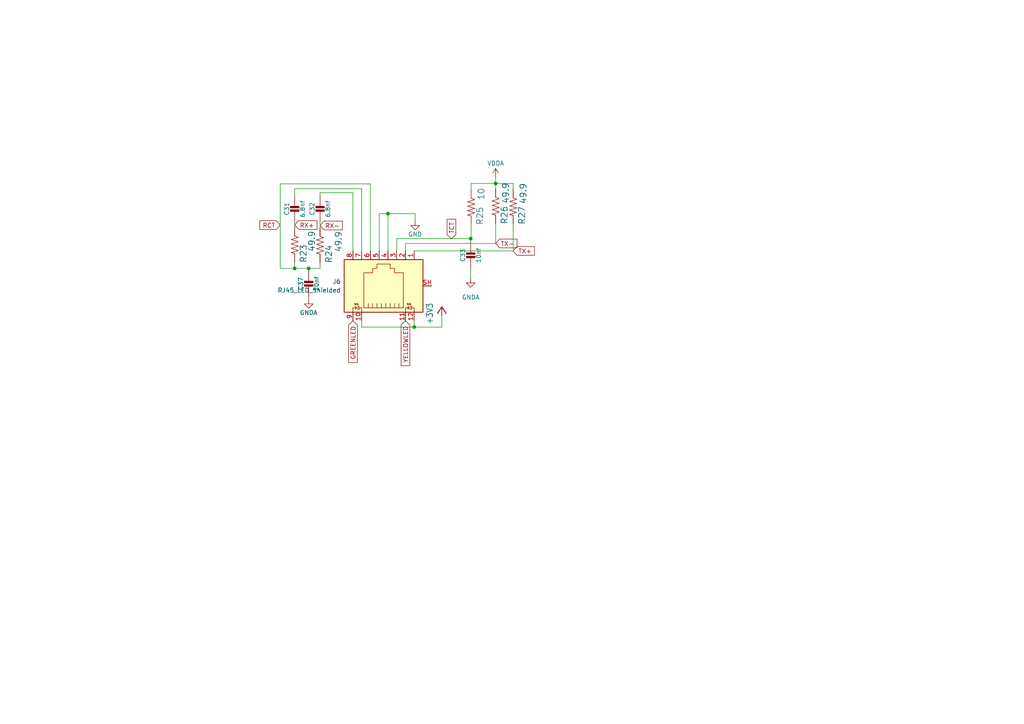
<source format=kicad_sch>
(kicad_sch (version 20250114) (generator "eeschema") (generator_version "9.0")
  (paper "A4")
  (lib_symbols
    (symbol "Adafruit ItsyBitsy RP2040-eagle-import:+3V3" (power)
      (property "Value" "+3V3" (at -2.54 -5.08 90))
      (symbol "+3V3_1_0"
        (polyline (pts (xy 0 0) (xy -1.27 -1.905)) (stroke (width 0.254)))
        (polyline (pts (xy 1.27 -1.905) (xy 0 0)) (stroke (width 0.254)))
        (pin power_in line (at 0 -2.54 90) (length 2.54) (name "+3V3") (number "1"))
      )
    )
    (symbol "Adafruit ItsyBitsy RP2040-eagle-import:CAP_CERAMIC_0402NO"
      (property "Reference" "C" (at -2.29 1.25 90))
      (property "Value" "CAP_CERAMIC_0402NO" (at 2.3 1.25 90))
      (symbol "CAP_CERAMIC_0402NO_1_0"
        (rectangle (start -1.27 1.524) (end 1.27 2.032) (fill (type outline)))
        (rectangle (start -1.27 0.508) (end 1.27 1.016) (fill (type outline)))
        (polyline (pts (xy 0 2.54) (xy 0 1.778)) (stroke (width 0.1524)))
        (polyline (pts (xy 0 0.762) (xy 0 0)) (stroke (width 0.1524)))
        (pin passive line (at 0 5.08 270) (length 2.54) (name "1") (number "1"))
        (pin passive line (at 0 -2.54 90) (length 2.54) (name "2") (number "2"))
      )
    )
    (symbol "Connector:RJ45_LED_Shielded" (pin_names (offset 1.016))
      (property "Reference" "J" (at -5.08 13.97 0))
      (property "Value" "RJ45_LED_Shielded" (at 1.27 13.97 0))
      (symbol "RJ45_LED_Shielded_0_1"
        (polyline (pts (xy -7.62 10.16) (xy -6.35 10.16)))
        (polyline (pts (xy -7.62 7.62) (xy -6.35 7.62)))
        (polyline (pts (xy -7.62 -5.08) (xy -6.35 -5.08)))
        (polyline (pts (xy -7.62 -7.62) (xy -6.35 -7.62)))
        (polyline (pts (xy -6.858 9.398) (xy -5.842 9.398)))
        (polyline (pts (xy -6.858 -5.842) (xy -5.842 -5.842)))
        (polyline (pts (xy -6.35 10.16) (xy -6.35 9.398)))
        (polyline (pts (xy -6.35 9.398) (xy -6.858 8.382) (xy -5.842 8.382) (xy -6.35 9.398)))
        (polyline (pts (xy -6.35 7.62) (xy -6.35 8.382)))
        (polyline (pts (xy -6.35 1.905) (xy -5.08 1.905) (xy -5.08 1.905)))
        (polyline (pts (xy -6.35 0.635) (xy -5.08 0.635) (xy -5.08 0.635)))
        (polyline (pts (xy -6.35 -0.635) (xy -5.08 -0.635) (xy -5.08 -0.635)))
        (polyline (pts (xy -6.35 -1.905) (xy -5.08 -1.905) (xy -5.08 -1.905)))
        (polyline (pts (xy -6.35 -3.175) (xy -5.08 -3.175) (xy -5.08 -3.175)))
        (polyline (pts (xy -6.35 -4.445) (xy -6.35 6.985) (xy 3.81 6.985) (xy 3.81 4.445) (xy 5.08 4.445) (xy 5.08 3.175) (xy 6.35 3.175) (xy 6.35 -0.635) (xy 5.08 -0.635) (xy 5.08 -1.905) (xy 3.81 -1.905) (xy 3.81 -4.445) (xy -6.35 -4.445) (xy -6.35 -4.445)))
        (polyline (pts (xy -6.35 -5.08) (xy -6.35 -5.842)))
        (polyline (pts (xy -6.35 -5.842) (xy -6.858 -6.858) (xy -5.842 -6.858) (xy -6.35 -5.842)))
        (polyline (pts (xy -6.35 -7.62) (xy -6.35 -6.858)))
        (polyline (pts (xy -5.588 9.144) (xy -5.08 9.652) (xy -5.461 9.525)))
        (polyline (pts (xy -5.588 8.509) (xy -5.08 9.017) (xy -5.461 8.89)))
        (polyline (pts (xy -5.588 -6.096) (xy -5.08 -5.588) (xy -5.461 -5.715)))
        (polyline (pts (xy -5.588 -6.731) (xy -5.08 -6.223) (xy -5.461 -6.35)))
        (polyline (pts (xy -5.08 9.652) (xy -5.207 9.271)))
        (polyline (pts (xy -5.08 9.017) (xy -5.207 8.636)))
        (polyline (pts (xy -5.08 5.715) (xy -6.35 5.715)))
        (polyline (pts (xy -5.08 4.445) (xy -6.35 4.445)))
        (polyline (pts (xy -5.08 3.175) (xy -6.35 3.175) (xy -6.35 3.175)))
        (polyline (pts (xy -5.08 -5.588) (xy -5.207 -5.969)))
        (polyline (pts (xy -5.08 -6.223) (xy -5.207 -6.604)))
        (rectangle (start 7.62 12.7) (end -7.62 -10.16) (stroke (width 0.254)) (fill (type background)))
      )
      (symbol "RJ45_LED_Shielded_1_1"
        (pin passive line (at -10.16 10.16 0) (length 2.54) (name "~") (number "9"))
        (pin passive line (at -10.16 7.62 0) (length 2.54) (name "~") (number "10"))
        (pin passive line (at -10.16 -5.08 0) (length 2.54) (name "~") (number "11"))
        (pin passive line (at -10.16 -7.62 0) (length 2.54) (name "~") (number "12"))
        (pin passive line (at 0 -12.7 90) (length 2.54) (name "~") (number "SH"))
        (pin passive line (at 10.16 10.16 180) (length 2.54) (name "~") (number "8"))
        (pin passive line (at 10.16 7.62 180) (length 2.54) (name "~") (number "7"))
        (pin passive line (at 10.16 5.08 180) (length 2.54) (name "~") (number "6"))
        (pin passive line (at 10.16 2.54 180) (length 2.54) (name "~") (number "5"))
        (pin passive line (at 10.16 0 180) (length 2.54) (name "~") (number "4"))
        (pin passive line (at 10.16 -2.54 180) (length 2.54) (name "~") (number "3"))
        (pin passive line (at 10.16 -5.08 180) (length 2.54) (name "~") (number "2"))
        (pin passive line (at 10.16 -7.62 180) (length 2.54) (name "~") (number "1"))
      )
    )
    (symbol "mainboard:RESISTOR0603" (pin_names (offset 1.016))
      (property "Reference" "R" (at 0 1.524 0))
      (property "Value" "RESISTOR0603" (at 0 -1.524 0))
      (symbol "RESISTOR0603_1_0"
        (polyline (pts (xy -2.54 0) (xy -2.159 1.016)))
        (polyline (pts (xy -2.159 1.016) (xy -1.524 -1.016)))
        (polyline (pts (xy -1.524 -1.016) (xy -0.889 1.016)))
        (polyline (pts (xy -0.889 1.016) (xy -0.254 -1.016)))
        (polyline (pts (xy -0.254 -1.016) (xy 0.381 1.016)))
        (polyline (pts (xy 0.381 1.016) (xy 1.016 -1.016)))
        (polyline (pts (xy 1.016 -1.016) (xy 1.651 1.016)))
        (polyline (pts (xy 1.651 1.016) (xy 2.286 -1.016)))
        (polyline (pts (xy 2.286 -1.016) (xy 2.54 0)))
        (pin passive line (at -5.08 0 0) (length 2.54) (name "1") (number "1"))
        (pin passive line (at 5.08 0 180) (length 2.54) (name "2") (number "2"))
      )
    )
    (symbol "power:GND" (power) (pin_names (offset 0))
      (property "Value" "GND" (at 0 -3.81 0))
      (symbol "GND_0_1"
        (polyline (pts (xy 0 0) (xy 0 -1.27) (xy 1.27 -1.27) (xy 0 -2.54) (xy -1.27 -1.27) (xy 0 -1.27)))
      )
      (symbol "GND_1_1"
        (pin power_in line (at 0 0 270) (length 0) (hide yes) (name "GND") (number "1"))
      )
    )
    (symbol "power:GNDA" (power) (pin_names (offset 0))
      (property "Value" "GNDA" (at 0 -3.81 0))
      (symbol "GNDA_0_1"
        (polyline (pts (xy 0 0) (xy 0 -1.27) (xy 1.27 -1.27) (xy 0 -2.54) (xy -1.27 -1.27) (xy 0 -1.27)))
      )
      (symbol "GNDA_1_1"
        (pin power_in line (at 0 0 270) (length 0) (hide yes) (name "GNDA") (number "1"))
      )
    )
    (symbol "power:VDDA" (power) (pin_names (offset 0))
      (property "Value" "VDDA" (at 0 3.81 0))
      (symbol "VDDA_0_1"
        (polyline (pts (xy -0.762 1.27) (xy 0 2.54)))
        (polyline (pts (xy 0 2.54) (xy 0.762 1.27)))
        (polyline (pts (xy 0 0) (xy 0 2.54)))
      )
      (symbol "VDDA_1_1"
        (pin power_in line (at 0 0 90) (length 0) (hide yes) (name "VDDA") (number "1"))
      )
    )
  )
  (junction (at 85.471 77.851))
  (junction (at 120.142 94.869))
  (junction (at 89.535 77.851))
  (junction (at 143.764 53.213))
  (junction (at 136.525 69.215))
  (junction (at 112.522 61.976))
  (wire (pts (xy 136.652 69.215) (xy 136.525 69.215)))
  (wire (pts (xy 89.535 77.851) (xy 89.535 78.486)))
  (wire (pts (xy 92.837 76.2) (xy 92.837 77.851)))
  (wire (pts (xy 89.535 77.851) (xy 92.837 77.851)))
  (wire (pts (xy 136.652 53.213) (xy 143.764 53.213)))
  (wire (pts (xy 136.525 69.215) (xy 136.525 70.231)))
  (wire (pts (xy 85.471 76.073) (xy 85.471 77.851)))
  (wire (pts (xy 136.525 77.851) (xy 136.525 80.772)))
  (wire (pts (xy 81.28 77.851) (xy 85.471 77.851)))
  (wire (pts (xy 104.902 93.091) (xy 104.902 94.869)))
  (wire (pts (xy 120.396 61.976) (xy 120.396 64.135)))
  (wire (pts (xy 120.142 94.869) (xy 120.142 93.091)))
  (wire (pts (xy 107.442 53.34) (xy 81.28 53.34)))
  (wire (pts (xy 128.143 91.567) (xy 128.143 94.869)))
  (wire (pts (xy 109.982 61.976) (xy 112.522 61.976)))
  (wire (pts (xy 107.442 72.771) (xy 107.442 53.34)))
  (wire (pts (xy 136.652 54.991) (xy 136.652 53.213)))
  (wire (pts (xy 148.844 65.024) (xy 148.844 72.771)))
  (wire (pts (xy 115.062 72.771) (xy 115.062 69.215)))
  (wire (pts (xy 92.837 55.88) (xy 92.837 56.769)))
  (wire (pts (xy 136.652 65.151) (xy 136.652 69.215)))
  (wire (pts (xy 85.471 54.737) (xy 85.471 56.769)))
  (wire (pts (xy 143.764 53.213) (xy 143.764 54.737)))
  (wire (pts (xy 143.764 64.897) (xy 143.764 70.612)))
  (wire (pts (xy 85.471 64.389) (xy 85.471 65.913)))
  (wire (pts (xy 104.902 94.869) (xy 120.142 94.869)))
  (wire (pts (xy 85.471 77.851) (xy 89.535 77.851)))
  (wire (pts (xy 89.535 86.106) (xy 89.535 86.868)))
  (wire (pts (xy 104.902 54.737) (xy 85.471 54.737)))
  (wire (pts (xy 148.844 53.213) (xy 148.844 54.864)))
  (wire (pts (xy 117.602 72.771) (xy 117.602 70.612)))
  (wire (pts (xy 92.837 64.389) (xy 92.837 66.04)))
  (wire (pts (xy 143.764 51.435) (xy 143.764 53.213)))
  (wire (pts (xy 102.362 55.88) (xy 92.837 55.88)))
  (wire (pts (xy 81.28 53.34) (xy 81.28 77.851)))
  (wire (pts (xy 112.522 61.976) (xy 120.396 61.976)))
  (wire (pts (xy 115.062 69.215) (xy 136.525 69.215)))
  (wire (pts (xy 148.844 72.771) (xy 120.142 72.771)))
  (wire (pts (xy 117.602 70.612) (xy 143.764 70.612)))
  (wire (pts (xy 112.522 61.976) (xy 112.522 72.771)))
  (wire (pts (xy 104.902 72.771) (xy 104.902 54.737)))
  (wire (pts (xy 128.143 94.869) (xy 120.142 94.869)))
  (wire (pts (xy 143.764 53.213) (xy 148.844 53.213)))
  (wire (pts (xy 102.362 72.771) (xy 102.362 55.88)))
  (wire (pts (xy 109.982 72.771) (xy 109.982 61.976)))
  (global_label "RCT" (shape input) (at 81.28 65.278 180) (property "Intersheetrefs" "${INTERSHEET_REFS}" (effects (hide yes))))
  (global_label "RX-" (shape input) (at 92.837 65.405 0) (property "Intersheetrefs" "${INTERSHEET_REFS}" (effects (hide yes))))
  (global_label "TX-" (shape input) (at 143.764 70.612 0) (property "Intersheetrefs" "${INTERSHEET_REFS}" (effects (hide yes))))
  (global_label "RX+" (shape input) (at 85.471 65.278 0) (property "Intersheetrefs" "${INTERSHEET_REFS}" (effects (hide yes))))
  (global_label "TCT" (shape input) (at 130.937 69.215 90) (property "Intersheetrefs" "${INTERSHEET_REFS}" (effects (hide yes))))
  (global_label "YELLOWLED" (shape input) (at 117.602 93.091 270) (property "Intersheetrefs" "${INTERSHEET_REFS}" (effects (hide yes))))
  (global_label "GREENLED" (shape input) (at 102.362 93.091 270) (property "Intersheetrefs" "${INTERSHEET_REFS}" (effects (hide yes))))
  (global_label "TX+" (shape input) (at 148.844 72.771 0) (property "Intersheetrefs" "${INTERSHEET_REFS}" (effects (hide yes))))
  (symbol (lib_id "Adafruit ItsyBitsy RP2040-eagle-import:CAP_CERAMIC_0402NO") (at 92.837 61.849 0) (unit 1)
    (property "Reference" "C32" (at 90.547 60.599 90))
    (property "Value" "6.8nf" (at 95.137 60.599 90))
    (property "Footprint" "Capacitor_SMD:C_0402_1005Metric" (effects (hide yes)))
  )
  (symbol (lib_id "power:GNDA") (at 136.525 80.772 0) (unit 1)
    (property "Reference" "#PWR046" (effects (hide yes)))
    (property "Value" "GNDA" (at 136.525 86.233 0))
  )
  (symbol (lib_id "power:GNDA") (at 89.535 86.868 0) (unit 1)
    (property "Reference" "#PWR044" (effects (hide yes)))
    (property "Value" "GNDA" (at 89.535 90.678 0))
  )
  (symbol (lib_id "mainboard:RESISTOR0603") (at 92.837 71.12 270) (unit 1)
    (property "Reference" "R24" (at 94.361 73.66 0) (effects (font (size 1.778 1.778)) (justify bottom)))
    (property "Value" "49.9" (at 99.187 70.104 0) (effects (font (size 1.778 1.778)) (justify top)))
    (property "Footprint" "Resistor_SMD:R_0603_1608Metric" (effects (hide yes)))
    (property "Description" "100K 0603" (effects (hide yes)))
  )
  (symbol (lib_id "Connector:RJ45_LED_Shielded") (at 112.522 82.931 90) (unit 1)
    (property "Reference" "J6" (at 98.8568 81.6609 90) (effects (justify left)))
    (property "Value" "RJ45_LED_Shielded" (at 98.8568 84.2009 90) (effects (justify left)))
    (property "Footprint" "FC_DEV_BOARD:RB1-125BAG1A_WIZ" (effects (hide yes)))
  )
  (symbol (lib_id "mainboard:RESISTOR0603") (at 148.844 59.944 270) (unit 1)
    (property "Reference" "R27" (at 150.368 62.484 0) (effects (font (size 1.778 1.778)) (justify bottom)))
    (property "Value" "49.9" (at 152.781 56.134 0) (effects (font (size 1.778 1.778)) (justify top)))
    (property "Footprint" "Resistor_SMD:R_0603_1608Metric" (effects (hide yes)))
    (property "Description" "100K 0603" (effects (hide yes)))
  )
  (symbol (lib_id "Adafruit ItsyBitsy RP2040-eagle-import:CAP_CERAMIC_0402NO") (at 89.535 83.566 0) (unit 1)
    (property "Reference" "C37" (at 87.245 82.316 90))
    (property "Value" "10nf" (at 91.835 82.316 90))
    (property "Footprint" "Capacitor_SMD:C_0402_1005Metric" (effects (hide yes)))
  )
  (symbol (lib_id "mainboard:RESISTOR0603") (at 85.471 70.993 270) (unit 1)
    (property "Reference" "R23" (at 86.995 73.533 0) (effects (font (size 1.778 1.778)) (justify bottom)))
    (property "Value" "49.9" (at 91.44 69.977 0) (effects (font (size 1.778 1.778)) (justify top)))
    (property "Footprint" "Resistor_SMD:R_0603_1608Metric" (effects (hide yes)))
    (property "Description" "100K 0603" (effects (hide yes)))
  )
  (symbol (lib_id "Adafruit ItsyBitsy RP2040-eagle-import:+3V3") (at 128.143 89.027 0) (unit 1)
    (property "Reference" "#+3V021" (effects (hide yes)))
    (property "Value" "+3V3" (at 125.603 94.107 90) (effects (font (size 1.778 1.5113)) (justify left bottom)))
    (property "Footprint" "Adafruit ItsyBitsy RP2040:" (effects (hide yes)))
  )
  (symbol (lib_id "power:VDDA") (at 143.764 51.435 0) (unit 1)
    (property "Reference" "#PWR047" (effects (hide yes)))
    (property "Value" "VDDA" (at 143.764 47.371 0))
  )
  (symbol (lib_id "mainboard:RESISTOR0603") (at 143.764 59.817 270) (unit 1)
    (property "Reference" "R26" (at 145.288 62.357 0) (effects (font (size 1.778 1.778)) (justify bottom)))
    (property "Value" "49.9" (at 147.701 56.007 0) (effects (font (size 1.778 1.778)) (justify top)))
    (property "Footprint" "Resistor_SMD:R_0603_1608Metric" (effects (hide yes)))
    (property "Description" "100K 0603" (effects (hide yes)))
  )
  (symbol (lib_id "power:GND") (at 120.396 64.135 0) (unit 1)
    (property "Reference" "#PWR045" (effects (hide yes)))
    (property "Value" "GND" (at 120.396 67.945 0))
  )
  (symbol (lib_id "Adafruit ItsyBitsy RP2040-eagle-import:CAP_CERAMIC_0402NO") (at 136.525 75.311 0) (unit 1)
    (property "Reference" "C33" (at 134.235 74.061 90))
    (property "Value" "10nf" (at 138.825 74.061 90))
    (property "Footprint" "Capacitor_SMD:C_0402_1005Metric" (effects (hide yes)))
  )
  (symbol (lib_id "Adafruit ItsyBitsy RP2040-eagle-import:CAP_CERAMIC_0402NO") (at 85.471 61.849 0) (unit 1)
    (property "Reference" "C31" (at 83.181 60.599 90))
    (property "Value" "6.8nf" (at 87.771 60.599 90))
    (property "Footprint" "Capacitor_SMD:C_0402_1005Metric" (effects (hide yes)))
  )
  (symbol (lib_id "mainboard:RESISTOR0603") (at 136.652 60.071 270) (unit 1)
    (property "Reference" "R25" (at 138.176 62.611 0) (effects (font (size 1.778 1.778)) (justify bottom)))
    (property "Value" "10" (at 140.589 56.261 0) (effects (font (size 1.778 1.778)) (justify top)))
    (property "Footprint" "Resistor_SMD:R_0603_1608Metric" (effects (hide yes)))
    (property "Description" "100K 0603" (effects (hide yes)))
  )
)
</source>
